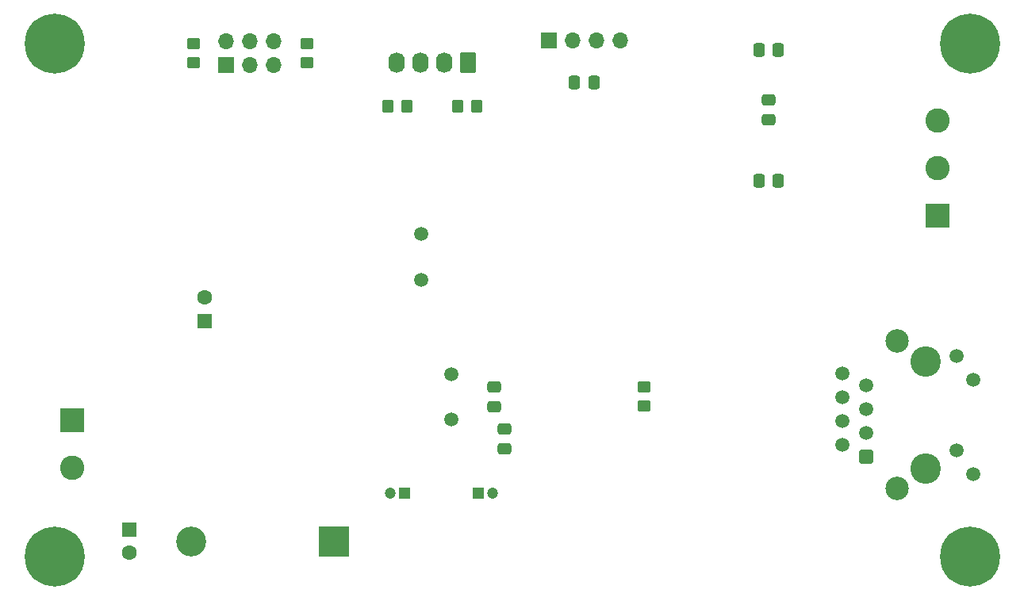
<source format=gbr>
%TF.GenerationSoftware,KiCad,Pcbnew,(6.0.11)*%
%TF.CreationDate,2024-04-30T16:24:35+07:00*%
%TF.ProjectId,Oxygen Monitoring,4f787967-656e-4204-9d6f-6e69746f7269,rev?*%
%TF.SameCoordinates,Original*%
%TF.FileFunction,Soldermask,Bot*%
%TF.FilePolarity,Negative*%
%FSLAX46Y46*%
G04 Gerber Fmt 4.6, Leading zero omitted, Abs format (unit mm)*
G04 Created by KiCad (PCBNEW (6.0.11)) date 2024-04-30 16:24:35*
%MOMM*%
%LPD*%
G01*
G04 APERTURE LIST*
G04 Aperture macros list*
%AMRoundRect*
0 Rectangle with rounded corners*
0 $1 Rounding radius*
0 $2 $3 $4 $5 $6 $7 $8 $9 X,Y pos of 4 corners*
0 Add a 4 corners polygon primitive as box body*
4,1,4,$2,$3,$4,$5,$6,$7,$8,$9,$2,$3,0*
0 Add four circle primitives for the rounded corners*
1,1,$1+$1,$2,$3*
1,1,$1+$1,$4,$5*
1,1,$1+$1,$6,$7*
1,1,$1+$1,$8,$9*
0 Add four rect primitives between the rounded corners*
20,1,$1+$1,$2,$3,$4,$5,0*
20,1,$1+$1,$4,$5,$6,$7,0*
20,1,$1+$1,$6,$7,$8,$9,0*
20,1,$1+$1,$8,$9,$2,$3,0*%
G04 Aperture macros list end*
%ADD10R,1.700000X1.700000*%
%ADD11O,1.700000X1.700000*%
%ADD12C,1.500000*%
%ADD13C,0.800000*%
%ADD14C,6.400000*%
%ADD15R,2.600000X2.600000*%
%ADD16C,2.600000*%
%ADD17R,1.200000X1.200000*%
%ADD18C,1.200000*%
%ADD19C,3.250000*%
%ADD20RoundRect,0.250500X0.499500X-0.499500X0.499500X0.499500X-0.499500X0.499500X-0.499500X-0.499500X0*%
%ADD21C,2.500000*%
%ADD22R,1.600000X1.600000*%
%ADD23C,1.600000*%
%ADD24R,3.200000X3.200000*%
%ADD25O,3.200000X3.200000*%
%ADD26RoundRect,0.250000X0.620000X0.845000X-0.620000X0.845000X-0.620000X-0.845000X0.620000X-0.845000X0*%
%ADD27O,1.740000X2.190000*%
%ADD28RoundRect,0.250000X0.337500X0.475000X-0.337500X0.475000X-0.337500X-0.475000X0.337500X-0.475000X0*%
%ADD29RoundRect,0.250000X0.450000X-0.350000X0.450000X0.350000X-0.450000X0.350000X-0.450000X-0.350000X0*%
%ADD30RoundRect,0.250000X0.475000X-0.337500X0.475000X0.337500X-0.475000X0.337500X-0.475000X-0.337500X0*%
%ADD31RoundRect,0.250000X-0.475000X0.337500X-0.475000X-0.337500X0.475000X-0.337500X0.475000X0.337500X0*%
%ADD32RoundRect,0.250000X0.350000X0.450000X-0.350000X0.450000X-0.350000X-0.450000X0.350000X-0.450000X0*%
%ADD33RoundRect,0.250000X-0.350000X-0.450000X0.350000X-0.450000X0.350000X0.450000X-0.350000X0.450000X0*%
G04 APERTURE END LIST*
D10*
%TO.C,J2*%
X71990000Y-136163800D03*
D11*
X74530000Y-136163800D03*
X77070000Y-136163800D03*
X79610000Y-136163800D03*
%TD*%
D12*
%TO.C,Y3*%
X61580200Y-171763000D03*
X61580200Y-176643000D03*
%TD*%
D13*
%TO.C,H2*%
X115250944Y-138216456D03*
X116948000Y-134119400D03*
X119348000Y-136519400D03*
X114548000Y-136519400D03*
X118645056Y-138216456D03*
X118645056Y-134822344D03*
D14*
X116948000Y-136519400D03*
D13*
X116948000Y-138919400D03*
X115250944Y-134822344D03*
%TD*%
%TO.C,H3*%
X19208800Y-193681800D03*
X17511744Y-189584744D03*
X21608800Y-191281800D03*
X17511744Y-192978856D03*
X16808800Y-191281800D03*
D14*
X19208800Y-191281800D03*
D13*
X20905856Y-192978856D03*
X19208800Y-188881800D03*
X20905856Y-189584744D03*
%TD*%
D15*
%TO.C,J5*%
X113442800Y-154858200D03*
D16*
X113442800Y-149778200D03*
X113442800Y-144698200D03*
%TD*%
D17*
%TO.C,C43*%
X56595600Y-184537000D03*
D18*
X55095600Y-184537000D03*
%TD*%
D19*
%TO.C,J6*%
X112174400Y-181858400D03*
X112174400Y-170428400D03*
D20*
X105824400Y-180588400D03*
D12*
X103284400Y-179318400D03*
X105824400Y-178048400D03*
X103284400Y-176778400D03*
X105824400Y-175508400D03*
X103284400Y-174238400D03*
X105824400Y-172968400D03*
X103284400Y-171698400D03*
X117254400Y-182468400D03*
X115554400Y-179928400D03*
X117254400Y-172358400D03*
X115554400Y-169818400D03*
D21*
X109124400Y-184018400D03*
X109124400Y-168268400D03*
%TD*%
D17*
%TO.C,C45*%
X64500402Y-184537000D03*
D18*
X66000402Y-184537000D03*
%TD*%
D22*
%TO.C,C3*%
X35261600Y-166121713D03*
D23*
X35261600Y-163621713D03*
%TD*%
D15*
%TO.C,J1*%
X21122400Y-176716200D03*
D16*
X21122400Y-181796200D03*
%TD*%
D13*
%TO.C,H1*%
X21608800Y-136519400D03*
X20905856Y-134822344D03*
X20905856Y-138216456D03*
X19208800Y-138919400D03*
D14*
X19208800Y-136519400D03*
D13*
X19208800Y-134119400D03*
X16808800Y-136519400D03*
X17511744Y-138216456D03*
X17511744Y-134822344D03*
%TD*%
D22*
%TO.C,C1*%
X27184400Y-188370873D03*
D23*
X27184400Y-190870873D03*
%TD*%
D10*
%TO.C,J3*%
X37547600Y-138805400D03*
D11*
X37547600Y-136265400D03*
X40087600Y-138805400D03*
X40087600Y-136265400D03*
X42627600Y-138805400D03*
X42627600Y-136265400D03*
%TD*%
D12*
%TO.C,Y2*%
X58324800Y-156827800D03*
X58324800Y-161707800D03*
%TD*%
D24*
%TO.C,D1*%
X49028400Y-189630800D03*
D25*
X33788400Y-189630800D03*
%TD*%
D13*
%TO.C,H4*%
X116948000Y-193681800D03*
X119348000Y-191281800D03*
X118645056Y-189584744D03*
X116948000Y-188881800D03*
X115250944Y-192978856D03*
X115250944Y-189584744D03*
X118645056Y-192978856D03*
D14*
X116948000Y-191281800D03*
D13*
X114548000Y-191281800D03*
%TD*%
D26*
%TO.C,J4*%
X63328600Y-138506000D03*
D27*
X60788600Y-138506000D03*
X58248600Y-138506000D03*
X55708600Y-138506000D03*
%TD*%
D28*
%TO.C,C15*%
X76806000Y-140608800D03*
X74731000Y-140608800D03*
%TD*%
%TO.C,C27*%
X96497100Y-151175200D03*
X94422100Y-151175200D03*
%TD*%
D29*
%TO.C,R7*%
X34103600Y-138530400D03*
X34103600Y-136530400D03*
%TD*%
%TO.C,R8*%
X46168600Y-138530400D03*
X46168600Y-136530400D03*
%TD*%
D30*
%TO.C,C28*%
X95459600Y-144618100D03*
X95459600Y-142543100D03*
%TD*%
D31*
%TO.C,C34*%
X66122600Y-173175500D03*
X66122600Y-175250500D03*
%TD*%
D32*
%TO.C,R5*%
X64252400Y-143199600D03*
X62252400Y-143199600D03*
%TD*%
D33*
%TO.C,R6*%
X54810200Y-143174200D03*
X56810200Y-143174200D03*
%TD*%
D28*
%TO.C,C26*%
X96497100Y-137179800D03*
X94422100Y-137179800D03*
%TD*%
D31*
%TO.C,C33*%
X67214800Y-177645900D03*
X67214800Y-179720900D03*
%TD*%
D29*
%TO.C,R28*%
X82124600Y-175191500D03*
X82124600Y-173191500D03*
%TD*%
M02*

</source>
